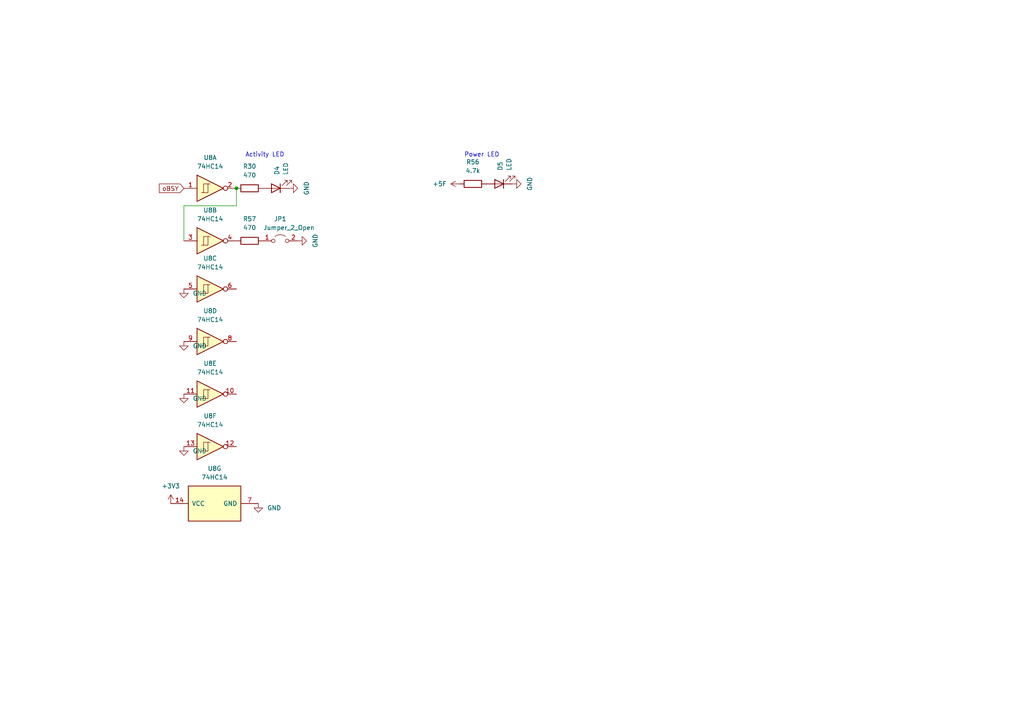
<source format=kicad_sch>
(kicad_sch (version 20211123) (generator eeschema)
  (paper "A4")
  (lib_symbols
    (symbol "74xx:74HC14" (pin_names (offset 1.016))
      (property "Reference" "U" (at 0 1.27 0))
      (property "Value" "74HC14" (at 0 -1.27 0))
      (symbol "74HC14_1_0"
        (polyline (pts (xy -3.81 3.81) (xy -3.81 -3.81) (xy 3.81 0) (xy -3.81 3.81)) (stroke (width 0.254)) (fill (type background)))
        (pin input line (at -7.62 0 0) (length 3.81) (name "~") (number "1"))
        (pin output inverted (at 7.62 0 180) (length 3.81) (name "~") (number "2"))
      )
      (symbol "74HC14_1_1"
        (polyline (pts (xy -1.905 -1.27) (xy -1.905 1.27) (xy -0.635 1.27)))
        (polyline (pts (xy -2.54 -1.27) (xy -0.635 -1.27) (xy -0.635 1.27) (xy 0 1.27)))
      )
      (symbol "74HC14_2_0"
        (polyline (pts (xy -3.81 3.81) (xy -3.81 -3.81) (xy 3.81 0) (xy -3.81 3.81)) (stroke (width 0.254)) (fill (type background)))
        (pin input line (at -7.62 0 0) (length 3.81) (name "~") (number "3"))
        (pin output inverted (at 7.62 0 180) (length 3.81) (name "~") (number "4"))
      )
      (symbol "74HC14_2_1"
        (polyline (pts (xy -1.905 -1.27) (xy -1.905 1.27) (xy -0.635 1.27)))
        (polyline (pts (xy -2.54 -1.27) (xy -0.635 -1.27) (xy -0.635 1.27) (xy 0 1.27)))
      )
      (symbol "74HC14_3_0"
        (polyline (pts (xy -3.81 3.81) (xy -3.81 -3.81) (xy 3.81 0) (xy -3.81 3.81)) (stroke (width 0.254)) (fill (type background)))
        (pin input line (at -7.62 0 0) (length 3.81) (name "~") (number "5"))
        (pin output inverted (at 7.62 0 180) (length 3.81) (name "~") (number "6"))
      )
      (symbol "74HC14_3_1"
        (polyline (pts (xy -1.905 -1.27) (xy -1.905 1.27) (xy -0.635 1.27)))
        (polyline (pts (xy -2.54 -1.27) (xy -0.635 -1.27) (xy -0.635 1.27) (xy 0 1.27)))
      )
      (symbol "74HC14_4_0"
        (polyline (pts (xy -3.81 3.81) (xy -3.81 -3.81) (xy 3.81 0) (xy -3.81 3.81)) (stroke (width 0.254)) (fill (type background)))
        (pin output inverted (at 7.62 0 180) (length 3.81) (name "~") (number "8"))
        (pin input line (at -7.62 0 0) (length 3.81) (name "~") (number "9"))
      )
      (symbol "74HC14_4_1"
        (polyline (pts (xy -1.905 -1.27) (xy -1.905 1.27) (xy -0.635 1.27)))
        (polyline (pts (xy -2.54 -1.27) (xy -0.635 -1.27) (xy -0.635 1.27) (xy 0 1.27)))
      )
      (symbol "74HC14_5_0"
        (polyline (pts (xy -3.81 3.81) (xy -3.81 -3.81) (xy 3.81 0) (xy -3.81 3.81)) (stroke (width 0.254)) (fill (type background)))
        (pin output inverted (at 7.62 0 180) (length 3.81) (name "~") (number "10"))
        (pin input line (at -7.62 0 0) (length 3.81) (name "~") (number "11"))
      )
      (symbol "74HC14_5_1"
        (polyline (pts (xy -1.905 -1.27) (xy -1.905 1.27) (xy -0.635 1.27)))
        (polyline (pts (xy -2.54 -1.27) (xy -0.635 -1.27) (xy -0.635 1.27) (xy 0 1.27)))
      )
      (symbol "74HC14_6_0"
        (polyline (pts (xy -3.81 3.81) (xy -3.81 -3.81) (xy 3.81 0) (xy -3.81 3.81)) (stroke (width 0.254)) (fill (type background)))
        (pin output inverted (at 7.62 0 180) (length 3.81) (name "~") (number "12"))
        (pin input line (at -7.62 0 0) (length 3.81) (name "~") (number "13"))
      )
      (symbol "74HC14_6_1"
        (polyline (pts (xy -1.905 -1.27) (xy -1.905 1.27) (xy -0.635 1.27)))
        (polyline (pts (xy -2.54 -1.27) (xy -0.635 -1.27) (xy -0.635 1.27) (xy 0 1.27)))
      )
      (symbol "74HC14_7_0"
        (pin power_in line (at 0 12.7 270) (length 5.08) (name "VCC") (number "14"))
        (pin power_in line (at 0 -12.7 90) (length 5.08) (name "GND") (number "7"))
      )
      (symbol "74HC14_7_1"
        (rectangle (start -5.08 7.62) (end 5.08 -7.62) (stroke (width 0.254)) (fill (type background)))
      )
    )
    (symbol "Device:LED" (pin_numbers hide) (pin_names (offset 1.016) hide)
      (property "Reference" "D" (at 0 2.54 0))
      (property "Value" "LED" (at 0 -2.54 0))
      (symbol "LED_0_1"
        (polyline (pts (xy -1.27 -1.27) (xy -1.27 1.27)) (stroke (width 0.254)))
        (polyline (pts (xy -1.27 0) (xy 1.27 0)))
        (polyline (pts (xy 1.27 -1.27) (xy 1.27 1.27) (xy -1.27 0) (xy 1.27 -1.27)) (stroke (width 0.254)))
        (polyline (pts (xy -3.048 -0.762) (xy -4.572 -2.286) (xy -3.81 -2.286) (xy -4.572 -2.286) (xy -4.572 -1.524)))
        (polyline (pts (xy -1.778 -0.762) (xy -3.302 -2.286) (xy -2.54 -2.286) (xy -3.302 -2.286) (xy -3.302 -1.524)))
      )
      (symbol "LED_1_1"
        (pin passive line (at -3.81 0 0) (length 2.54) (name "K") (number "1"))
        (pin passive line (at 3.81 0 180) (length 2.54) (name "A") (number "2"))
      )
    )
    (symbol "Device:R" (pin_numbers hide) (pin_names (offset 0))
      (property "Reference" "R" (at 2.032 0 90))
      (property "Value" "R" (at 0 0 90))
      (symbol "R_0_1"
        (rectangle (start -1.016 -2.54) (end 1.016 2.54) (stroke (width 0.254)))
      )
      (symbol "R_1_1"
        (pin passive line (at 0 3.81 270) (length 1.27) (name "~") (number "1"))
        (pin passive line (at 0 -3.81 90) (length 1.27) (name "~") (number "2"))
      )
    )
    (symbol "Jumper:Jumper_2_Open" (pin_names (offset 0) hide)
      (property "Reference" "JP" (at 0 2.794 0))
      (property "Value" "Jumper_2_Open" (at 0 -2.286 0))
      (symbol "Jumper_2_Open_0_0"
        (circle (center -2.032 0) (radius 0.508))
        (circle (center 2.032 0) (radius 0.508))
      )
      (symbol "Jumper_2_Open_0_1"
        (arc (start 1.524 1.27) (mid 0 1.778) (end -1.524 1.27))
      )
      (symbol "Jumper_2_Open_1_1"
        (pin passive line (at -5.08 0 0) (length 2.54) (name "A") (number "1"))
        (pin passive line (at 5.08 0 180) (length 2.54) (name "B") (number "2"))
      )
    )
    (symbol "power:+3.3V" (power) (pin_names (offset 0))
      (property "Value" "+3.3V" (at 0 3.556 0))
      (symbol "+3.3V_0_1"
        (polyline (pts (xy -0.762 1.27) (xy 0 2.54)))
        (polyline (pts (xy 0 0) (xy 0 2.54)))
        (polyline (pts (xy 0 2.54) (xy 0.762 1.27)))
      )
      (symbol "+3.3V_1_1"
        (pin power_in line (at 0 0 90) (length 0) hide (name "+3V3") (number "1"))
      )
    )
    (symbol "power:+5F" (power) (pin_names (offset 0))
      (property "Value" "+5F" (at 0 3.556 0))
      (symbol "+5F_0_1"
        (polyline (pts (xy -0.762 1.27) (xy 0 2.54)))
        (polyline (pts (xy 0 0) (xy 0 2.54)))
        (polyline (pts (xy 0 2.54) (xy 0.762 1.27)))
      )
      (symbol "+5F_1_1"
        (pin power_in line (at 0 0 90) (length 0) hide (name "+5F") (number "1"))
      )
    )
    (symbol "power:GND" (power) (pin_names (offset 0))
      (property "Value" "GND" (at 0 -3.81 0))
      (symbol "GND_0_1"
        (polyline (pts (xy 0 0) (xy 0 -1.27) (xy 1.27 -1.27) (xy 0 -2.54) (xy -1.27 -1.27) (xy 0 -1.27)))
      )
      (symbol "GND_1_1"
        (pin power_in line (at 0 0 270) (length 0) hide (name "GND") (number "1"))
      )
    )
  )
  (junction (at 68.58 54.61))
  (wire (pts (xy 53.34 69.85) (xy 53.34 59.69)))
  (wire (pts (xy 53.34 59.69) (xy 68.58 59.69)))
  (wire (pts (xy 68.58 59.69) (xy 68.58 54.61)))
  (text "Power LED" (at 134.62 45.72 0) (effects (font (size 1.27 1.27)) (justify left bottom)))
  (text "Activity LED" (at 71.12 45.72 0) (effects (font (size 1.27 1.27)) (justify left bottom)))
  (global_label "oBSY" (shape input) (at 53.34 54.61 180) (property "Intersheet References" "${INTERSHEET_REFS}" (effects hide)))
  (symbol (lib_id "74xx:74HC14") (at 60.96 99.06 0) (unit 4)
    (property "Reference" "U8" (at 60.96 90.17 0))
    (property "Value" "74HC14" (at 60.96 92.71 0))
    (property "Datasheet" "http://www.ti.com/lit/gpn/sn74HC14" (effects hide))
  )
  (symbol (lib_id "power:GND") (at 53.34 129.54 0) (unit 1)
    (property "Reference" "#PWR071" (effects hide))
    (property "Value" "GND" (at 55.88 130.8099 0) (effects (justify left)))
  )
  (symbol (lib_id "74xx:74HC14") (at 60.96 83.82 0) (unit 3)
    (property "Reference" "U8" (at 60.96 74.93 0))
    (property "Value" "74HC14" (at 60.96 77.47 0))
    (property "Datasheet" "http://www.ti.com/lit/gpn/sn74HC14" (effects hide))
  )
  (symbol (lib_id "power:GND") (at 53.34 114.3 0) (unit 1)
    (property "Reference" "#PWR070" (effects hide))
    (property "Value" "GND" (at 55.88 115.5699 0) (effects (justify left)))
  )
  (symbol (lib_id "power:GND") (at 53.34 83.82 0) (unit 1)
    (property "Reference" "#PWR068" (effects hide))
    (property "Value" "GND" (at 55.88 85.0899 0) (effects (justify left)))
  )
  (symbol (lib_id "74xx:74HC14") (at 60.96 69.85 0) (unit 2)
    (property "Reference" "U8" (at 60.96 60.96 0))
    (property "Value" "74HC14" (at 60.96 63.5 0))
    (property "Datasheet" "http://www.ti.com/lit/gpn/sn74HC14" (effects hide))
  )
  (symbol (lib_id "power:GND") (at 148.59 53.34 90) (unit 1)
    (property "Reference" "#PWR075" (effects hide))
    (property "Value" "GND" (at 153.67 53.34 0))
  )
  (symbol (lib_id "power:+5F") (at 133.35 53.34 90) (unit 1)
    (property "Reference" "#PWR0104" (effects hide))
    (property "Value" "+5F" (at 129.54 53.3399 90) (effects (justify left)))
  )
  (symbol (lib_id "Device:R") (at 137.16 53.34 90) (unit 1)
    (property "Reference" "R56" (at 137.16 46.99 90))
    (property "Value" "4.7k" (at 137.16 49.53 90))
    (property "Footprint" "Resistor_SMD:R_0603_1608Metric_Pad0.98x0.95mm_HandSolder" (effects hide))
  )
  (symbol (lib_id "Device:R") (at 72.39 69.85 90) (unit 1)
    (property "Reference" "R57" (at 72.39 63.5 90))
    (property "Value" "470" (at 72.39 66.04 90))
    (property "Footprint" "Resistor_SMD:R_0402_1005Metric_Pad0.72x0.64mm_HandSolder" (effects hide))
  )
  (symbol (lib_id "power:GND") (at 74.93 146.05 0) (unit 1)
    (property "Reference" "#PWR072" (effects hide))
    (property "Value" "GND" (at 77.47 147.3199 0) (effects (justify left)))
  )
  (symbol (lib_id "74xx:74HC14") (at 60.96 129.54 0) (unit 6)
    (property "Reference" "U8" (at 60.96 120.65 0))
    (property "Value" "74HC14" (at 60.96 123.19 0))
    (property "Datasheet" "http://www.ti.com/lit/gpn/sn74HC14" (effects hide))
  )
  (symbol (lib_id "74xx:74HC14") (at 60.96 54.61 0) (unit 1)
    (property "Reference" "U8" (at 60.96 45.72 0))
    (property "Value" "74HC14" (at 60.96 48.26 0))
    (property "Datasheet" "http://www.ti.com/lit/gpn/sn74HC14" (effects hide))
  )
  (symbol (lib_id "Device:LED") (at 80.01 54.61 180) (unit 1)
    (property "Reference" "D4" (at 80.3274 50.8 90) (effects (justify right)))
    (property "Value" "LED" (at 82.8674 50.8 90) (effects (justify right)))
    (property "Footprint" "LED_SMD:LED_0603_1608Metric_Pad1.05x0.95mm_HandSolder" (effects hide))
  )
  (symbol (lib_id "Jumper:Jumper_2_Open") (at 81.28 69.85 0) (unit 1)
    (property "Reference" "JP1" (at 81.28 63.5 0))
    (property "Value" "Jumper_2_Open" (at 83.82 66.04 0))
    (property "Footprint" "Jumper:SolderJumper-2_P1.3mm_Open_Pad1.0x1.5mm" (effects hide))
  )
  (symbol (lib_id "Device:R") (at 72.39 54.61 90) (unit 1)
    (property "Reference" "R30" (at 72.39 48.26 90))
    (property "Value" "470" (at 72.39 50.8 90))
    (property "Footprint" "Resistor_SMD:R_0402_1005Metric_Pad0.72x0.64mm_HandSolder" (effects hide))
  )
  (symbol (lib_id "power:GND") (at 53.34 99.06 0) (unit 1)
    (property "Reference" "#PWR069" (effects hide))
    (property "Value" "GND" (at 55.88 100.3299 0) (effects (justify left)))
  )
  (symbol (lib_id "Device:LED") (at 144.78 53.34 180) (unit 1)
    (property "Reference" "D5" (at 145.0974 49.53 90) (effects (justify right)))
    (property "Value" "LED" (at 147.6374 49.53 90) (effects (justify right)))
    (property "Footprint" "LED_SMD:LED_0603_1608Metric_Pad1.05x0.95mm_HandSolder" (effects hide))
  )
  (symbol (lib_id "74xx:74HC14") (at 60.96 114.3 0) (unit 5)
    (property "Reference" "U8" (at 60.96 105.41 0))
    (property "Value" "74HC14" (at 60.96 107.95 0))
    (property "Datasheet" "http://www.ti.com/lit/gpn/sn74HC14" (effects hide))
  )
  (symbol (lib_id "74xx:74HC14") (at 62.23 146.05 90) (unit 7)
    (property "Reference" "U8" (at 62.23 135.89 90))
    (property "Value" "74HC14" (at 62.23 138.43 90))
    (property "Footprint" "Package_SO:SO-14_3.9x8.65mm_P1.27mm" (effects hide))
    (property "Datasheet" "http://www.ti.com/lit/gpn/sn74HC14" (effects hide))
  )
  (symbol (lib_id "power:GND") (at 86.36 69.85 90) (unit 1)
    (property "Reference" "#PWR03" (effects hide))
    (property "Value" "GND" (at 91.44 69.85 0))
  )
  (symbol (lib_id "power:+3.3V") (at 49.53 146.05 0) (unit 1)
    (property "Reference" "#PWR051" (effects hide))
    (property "Value" "+3.3V" (at 49.53 140.97 0))
  )
  (symbol (lib_id "power:GND") (at 83.82 54.61 90) (unit 1)
    (property "Reference" "#PWR073" (effects hide))
    (property "Value" "GND" (at 88.9 54.61 0))
  )
)
</source>
